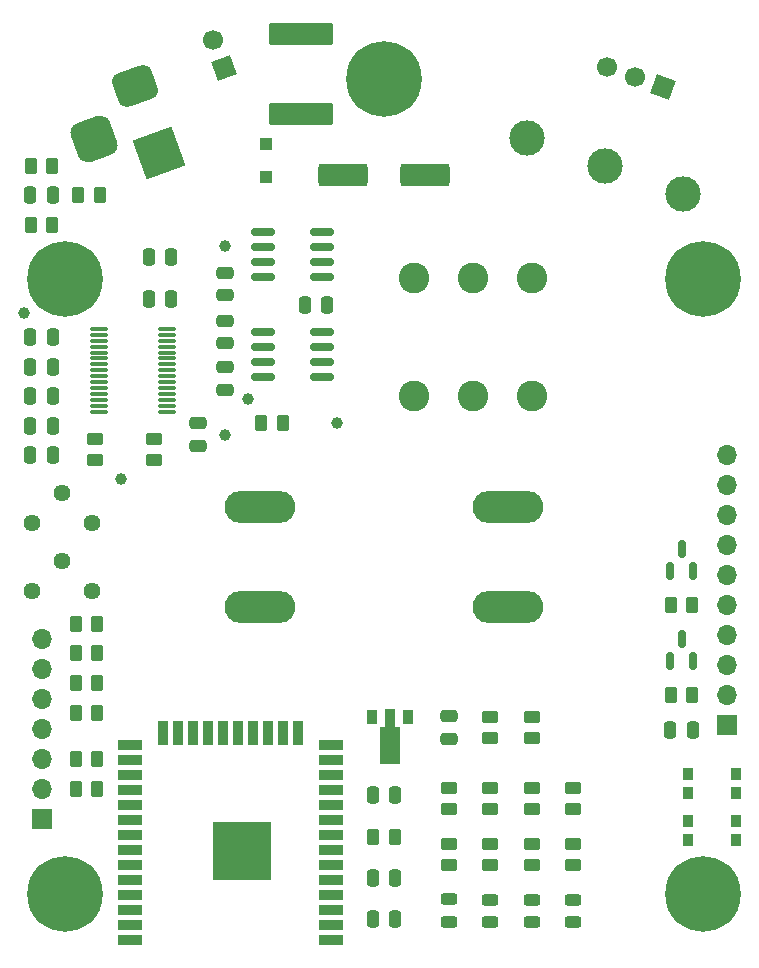
<source format=gbr>
%TF.GenerationSoftware,KiCad,Pcbnew,(6.0.0-0)*%
%TF.CreationDate,2022-03-12T23:19:40-06:00*%
%TF.ProjectId,SmartNeonPSU,536d6172-744e-4656-9f6e-5053552e6b69,rev?*%
%TF.SameCoordinates,Original*%
%TF.FileFunction,Soldermask,Top*%
%TF.FilePolarity,Negative*%
%FSLAX46Y46*%
G04 Gerber Fmt 4.6, Leading zero omitted, Abs format (unit mm)*
G04 Created by KiCad (PCBNEW (6.0.0-0)) date 2022-03-12 23:19:40*
%MOMM*%
%LPD*%
G01*
G04 APERTURE LIST*
G04 Aperture macros list*
%AMRoundRect*
0 Rectangle with rounded corners*
0 $1 Rounding radius*
0 $2 $3 $4 $5 $6 $7 $8 $9 X,Y pos of 4 corners*
0 Add a 4 corners polygon primitive as box body*
4,1,4,$2,$3,$4,$5,$6,$7,$8,$9,$2,$3,0*
0 Add four circle primitives for the rounded corners*
1,1,$1+$1,$2,$3*
1,1,$1+$1,$4,$5*
1,1,$1+$1,$6,$7*
1,1,$1+$1,$8,$9*
0 Add four rect primitives between the rounded corners*
20,1,$1+$1,$2,$3,$4,$5,0*
20,1,$1+$1,$4,$5,$6,$7,0*
20,1,$1+$1,$6,$7,$8,$9,0*
20,1,$1+$1,$8,$9,$2,$3,0*%
%AMHorizOval*
0 Thick line with rounded ends*
0 $1 width*
0 $2 $3 position (X,Y) of the first rounded end (center of the circle)*
0 $4 $5 position (X,Y) of the second rounded end (center of the circle)*
0 Add line between two ends*
20,1,$1,$2,$3,$4,$5,0*
0 Add two circle primitives to create the rounded ends*
1,1,$1,$2,$3*
1,1,$1,$4,$5*%
%AMRotRect*
0 Rectangle, with rotation*
0 The origin of the aperture is its center*
0 $1 length*
0 $2 width*
0 $3 Rotation angle, in degrees counterclockwise*
0 Add horizontal line*
21,1,$1,$2,0,0,$3*%
%AMFreePoly0*
4,1,9,3.862500,-0.866500,0.737500,-0.866500,0.737500,-0.450000,-0.737500,-0.450000,-0.737500,0.450000,0.737500,0.450000,0.737500,0.866500,3.862500,0.866500,3.862500,-0.866500,3.862500,-0.866500,$1*%
G04 Aperture macros list end*
%ADD10RoundRect,0.250000X-0.262500X-0.450000X0.262500X-0.450000X0.262500X0.450000X-0.262500X0.450000X0*%
%ADD11RoundRect,0.250000X-0.450000X0.262500X-0.450000X-0.262500X0.450000X-0.262500X0.450000X0.262500X0*%
%ADD12C,3.000000*%
%ADD13C,0.800000*%
%ADD14C,6.400000*%
%ADD15RoundRect,0.075000X-0.662500X-0.075000X0.662500X-0.075000X0.662500X0.075000X-0.662500X0.075000X0*%
%ADD16R,0.900000X1.000000*%
%ADD17RoundRect,0.250000X0.262500X0.450000X-0.262500X0.450000X-0.262500X-0.450000X0.262500X-0.450000X0*%
%ADD18RoundRect,0.150000X0.150000X-0.587500X0.150000X0.587500X-0.150000X0.587500X-0.150000X-0.587500X0*%
%ADD19R,0.900000X1.300000*%
%ADD20FreePoly0,270.000000*%
%ADD21RoundRect,0.250000X-0.475000X0.250000X-0.475000X-0.250000X0.475000X-0.250000X0.475000X0.250000X0*%
%ADD22RoundRect,0.250000X0.250000X0.475000X-0.250000X0.475000X-0.250000X-0.475000X0.250000X-0.475000X0*%
%ADD23O,6.000000X2.700000*%
%ADD24C,1.000000*%
%ADD25RoundRect,0.150000X-0.825000X-0.150000X0.825000X-0.150000X0.825000X0.150000X-0.825000X0.150000X0*%
%ADD26RoundRect,0.250000X-0.250000X-0.475000X0.250000X-0.475000X0.250000X0.475000X-0.250000X0.475000X0*%
%ADD27RoundRect,0.243750X0.456250X-0.243750X0.456250X0.243750X-0.456250X0.243750X-0.456250X-0.243750X0*%
%ADD28RoundRect,0.250000X0.450000X-0.262500X0.450000X0.262500X-0.450000X0.262500X-0.450000X-0.262500X0*%
%ADD29C,1.440000*%
%ADD30R,1.700000X1.700000*%
%ADD31O,1.700000X1.700000*%
%ADD32RotRect,1.700000X1.700000X200.000000*%
%ADD33HorizOval,1.700000X0.000000X0.000000X0.000000X0.000000X0*%
%ADD34RotRect,3.500000X3.500000X290.000000*%
%ADD35RoundRect,0.750000X-1.196208X0.362749X-0.683178X-1.046790X1.196208X-0.362749X0.683178X1.046790X0*%
%ADD36RoundRect,0.875000X-1.121499X0.522963X-0.522963X-1.121499X1.121499X-0.522963X0.522963X1.121499X0*%
%ADD37RoundRect,0.250000X2.475000X-0.712500X2.475000X0.712500X-2.475000X0.712500X-2.475000X-0.712500X0*%
%ADD38RoundRect,0.250000X0.475000X-0.250000X0.475000X0.250000X-0.475000X0.250000X-0.475000X-0.250000X0*%
%ADD39C,2.600000*%
%ADD40R,2.000000X0.900000*%
%ADD41R,0.900000X2.000000*%
%ADD42R,5.000000X5.000000*%
%ADD43RotRect,1.700000X1.700000X250.000000*%
%ADD44HorizOval,1.700000X0.000000X0.000000X0.000000X0.000000X0*%
%ADD45R,1.100000X1.100000*%
%ADD46RoundRect,0.250000X-1.825000X-0.700000X1.825000X-0.700000X1.825000X0.700000X-1.825000X0.700000X0*%
G04 APERTURE END LIST*
D10*
%TO.C,R23*%
X139587500Y-90450000D03*
X141412500Y-90450000D03*
%TD*%
D11*
%TO.C,R4*%
X159000000Y-115337500D03*
X159000000Y-117162500D03*
%TD*%
D12*
%TO.C,SW3*%
X175273283Y-71099620D03*
X168695435Y-68705479D03*
X162117586Y-66311338D03*
%TD*%
D13*
%TO.C,H4*%
X175302944Y-76602944D03*
X178697056Y-79997056D03*
X178697056Y-76602944D03*
X179400000Y-78300000D03*
X175302944Y-79997056D03*
X177000000Y-80700000D03*
X174600000Y-78300000D03*
X177000000Y-75900000D03*
D14*
X177000000Y-78300000D03*
%TD*%
D15*
%TO.C,U2*%
X125887500Y-82500000D03*
X125887500Y-83000000D03*
X125887500Y-83500000D03*
X125887500Y-84000000D03*
X125887500Y-84500000D03*
X125887500Y-85000000D03*
X125887500Y-85500000D03*
X125887500Y-86000000D03*
X125887500Y-86500000D03*
X125887500Y-87000000D03*
X125887500Y-87500000D03*
X125887500Y-88000000D03*
X125887500Y-88500000D03*
X125887500Y-89000000D03*
X125887500Y-89500000D03*
X131612500Y-89500000D03*
X131612500Y-89000000D03*
X131612500Y-88500000D03*
X131612500Y-88000000D03*
X131612500Y-87500000D03*
X131612500Y-87000000D03*
X131612500Y-86500000D03*
X131612500Y-86000000D03*
X131612500Y-85500000D03*
X131612500Y-85000000D03*
X131612500Y-84500000D03*
X131612500Y-84000000D03*
X131612500Y-83500000D03*
X131612500Y-83000000D03*
X131612500Y-82500000D03*
%TD*%
D10*
%TO.C,R8*%
X123897500Y-107450000D03*
X125722500Y-107450000D03*
%TD*%
D16*
%TO.C,SW2*%
X175700000Y-124200000D03*
X179800000Y-124200000D03*
X179800000Y-125800000D03*
X175700000Y-125800000D03*
%TD*%
D13*
%TO.C,H3*%
X178697056Y-128602944D03*
X175302944Y-128602944D03*
X177000000Y-127900000D03*
X174600000Y-130300000D03*
X175302944Y-131997056D03*
D14*
X177000000Y-130300000D03*
D13*
X178697056Y-131997056D03*
X177000000Y-132700000D03*
X179400000Y-130300000D03*
%TD*%
D17*
%TO.C,R7*%
X125722500Y-121460000D03*
X123897500Y-121460000D03*
%TD*%
D11*
%TO.C,R14*%
X159000000Y-126087500D03*
X159000000Y-127912500D03*
%TD*%
D18*
%TO.C,Q2*%
X174240000Y-102967500D03*
X176140000Y-102967500D03*
X175190000Y-101092500D03*
%TD*%
D19*
%TO.C,U1*%
X152000000Y-115350000D03*
D20*
X150500000Y-115437500D03*
D19*
X149000000Y-115350000D03*
%TD*%
D21*
%TO.C,C4*%
X155500000Y-115300000D03*
X155500000Y-117200000D03*
%TD*%
D11*
%TO.C,R2*%
X155500000Y-121337500D03*
X155500000Y-123162500D03*
%TD*%
D17*
%TO.C,R1*%
X125722500Y-109950000D03*
X123897500Y-109950000D03*
%TD*%
D22*
%TO.C,C3*%
X121950000Y-88200000D03*
X120050000Y-88200000D03*
%TD*%
D23*
%TO.C,J6*%
X160500000Y-97550000D03*
X160500000Y-106050000D03*
%TD*%
D24*
%TO.C,TP6*%
X138500000Y-88450000D03*
%TD*%
D25*
%TO.C,Q4*%
X139775000Y-82795000D03*
X139775000Y-84065000D03*
X139775000Y-85335000D03*
X139775000Y-86605000D03*
X144725000Y-86605000D03*
X144725000Y-85335000D03*
X144725000Y-84065000D03*
X144725000Y-82795000D03*
%TD*%
D26*
%TO.C,C7*%
X120050000Y-93200000D03*
X121950000Y-93200000D03*
%TD*%
D10*
%TO.C,R19*%
X174277500Y-113460000D03*
X176102500Y-113460000D03*
%TD*%
%TO.C,R6*%
X123897500Y-112450000D03*
X125722500Y-112450000D03*
%TD*%
D11*
%TO.C,R24*%
X130486222Y-91787500D03*
X130486222Y-93612500D03*
%TD*%
D27*
%TO.C,D3*%
X162500000Y-132682725D03*
X162500000Y-130807725D03*
%TD*%
D24*
%TO.C,TP5*%
X136500000Y-75450000D03*
%TD*%
D26*
%TO.C,C10*%
X130050000Y-76450000D03*
X131950000Y-76450000D03*
%TD*%
D28*
%TO.C,R3*%
X162500000Y-123162500D03*
X162500000Y-121337500D03*
%TD*%
D11*
%TO.C,R17*%
X155500000Y-126087500D03*
X155500000Y-127912500D03*
%TD*%
D26*
%TO.C,C6*%
X120050000Y-85700000D03*
X121950000Y-85700000D03*
%TD*%
%TO.C,C13*%
X120050000Y-71200000D03*
X121950000Y-71200000D03*
%TD*%
D11*
%TO.C,R25*%
X125500000Y-91787500D03*
X125500000Y-93612500D03*
%TD*%
D28*
%TO.C,R20*%
X166000000Y-123162500D03*
X166000000Y-121337500D03*
%TD*%
D29*
%TO.C,RV2*%
X120225000Y-104675000D03*
X122765000Y-102135000D03*
X125305000Y-104675000D03*
%TD*%
D17*
%TO.C,R16*%
X121912500Y-73700000D03*
X120087500Y-73700000D03*
%TD*%
D21*
%TO.C,C11*%
X136500000Y-81800000D03*
X136500000Y-83700000D03*
%TD*%
D26*
%TO.C,C9*%
X149050000Y-122000000D03*
X150950000Y-122000000D03*
%TD*%
D27*
%TO.C,D2*%
X166000000Y-132687500D03*
X166000000Y-130812500D03*
%TD*%
D10*
%TO.C,R13*%
X120087500Y-68700000D03*
X121912500Y-68700000D03*
%TD*%
D22*
%TO.C,C19*%
X145200000Y-80450000D03*
X143300000Y-80450000D03*
%TD*%
D24*
%TO.C,TP1*%
X127750000Y-95200000D03*
%TD*%
D23*
%TO.C,J7*%
X139500000Y-106050000D03*
X139500000Y-97550000D03*
%TD*%
D13*
%TO.C,H2*%
X121302944Y-131997056D03*
X124697056Y-128602944D03*
X123000000Y-127900000D03*
X125400000Y-130300000D03*
X123000000Y-132700000D03*
X120600000Y-130300000D03*
X121302944Y-128602944D03*
D14*
X123000000Y-130300000D03*
D13*
X124697056Y-131997056D03*
%TD*%
D30*
%TO.C,J4*%
X121000000Y-124000000D03*
D31*
X121000000Y-121460000D03*
X121000000Y-118920000D03*
X121000000Y-116380000D03*
X121000000Y-113840000D03*
X121000000Y-111300000D03*
X121000000Y-108760000D03*
%TD*%
D11*
%TO.C,R10*%
X162500000Y-115337500D03*
X162500000Y-117162500D03*
%TD*%
D10*
%TO.C,R12*%
X124087500Y-71200000D03*
X125912500Y-71200000D03*
%TD*%
D26*
%TO.C,C17*%
X149050000Y-132500000D03*
X150950000Y-132500000D03*
%TD*%
D10*
%TO.C,R18*%
X174277500Y-105840000D03*
X176102500Y-105840000D03*
%TD*%
%TO.C,R15*%
X149087500Y-125500000D03*
X150912500Y-125500000D03*
%TD*%
D27*
%TO.C,D4*%
X155500000Y-132681414D03*
X155500000Y-130806414D03*
%TD*%
D26*
%TO.C,C8*%
X120050000Y-90700000D03*
X121950000Y-90700000D03*
%TD*%
D32*
%TO.C,J2*%
X136404033Y-60383167D03*
D33*
X135535302Y-57996348D03*
%TD*%
D26*
%TO.C,C12*%
X130050000Y-79988216D03*
X131950000Y-79988216D03*
%TD*%
D22*
%TO.C,C5*%
X121950000Y-83200000D03*
X120050000Y-83200000D03*
%TD*%
D27*
%TO.C,D5*%
X159000000Y-132685346D03*
X159000000Y-130810346D03*
%TD*%
D34*
%TO.C,J1*%
X130915038Y-67608002D03*
D35*
X128862917Y-61969846D03*
D36*
X125472422Y-66396419D03*
%TD*%
D37*
%TO.C,F1*%
X143000000Y-64337500D03*
X143000000Y-57562500D03*
%TD*%
D24*
%TO.C,TP2*%
X136500000Y-91450000D03*
%TD*%
D38*
%TO.C,C21*%
X134250000Y-92400000D03*
X134250000Y-90500000D03*
%TD*%
D17*
%TO.C,R11*%
X125722500Y-114979974D03*
X123897500Y-114979974D03*
%TD*%
D39*
%TO.C,TR1*%
X162500000Y-78200000D03*
X157500000Y-78200000D03*
X152500000Y-78200000D03*
X152500000Y-88200000D03*
X157500000Y-88200000D03*
X162500000Y-88200000D03*
%TD*%
D11*
%TO.C,R22*%
X166000000Y-126087500D03*
X166000000Y-127912500D03*
%TD*%
D13*
%TO.C,H5*%
X147600000Y-61300000D03*
X152400000Y-61300000D03*
X151697056Y-62997056D03*
X151697056Y-59602944D03*
X148302944Y-62997056D03*
D14*
X150000000Y-61300000D03*
D13*
X150000000Y-63700000D03*
X150000000Y-58900000D03*
X148302944Y-59602944D03*
%TD*%
D24*
%TO.C,TP3*%
X119506652Y-81152934D03*
%TD*%
D13*
%TO.C,H1*%
X121302944Y-79997056D03*
X123000000Y-75900000D03*
X124697056Y-79997056D03*
X125400000Y-78300000D03*
X120600000Y-78300000D03*
X124697056Y-76602944D03*
X121302944Y-76602944D03*
X123000000Y-80700000D03*
D14*
X123000000Y-78300000D03*
%TD*%
D11*
%TO.C,R21*%
X162500000Y-126087500D03*
X162500000Y-127912500D03*
%TD*%
D40*
%TO.C,U3*%
X145500000Y-134205000D03*
X145500000Y-132935000D03*
X145500000Y-131665000D03*
X145500000Y-130395000D03*
X145500000Y-129125000D03*
X145500000Y-127855000D03*
X145500000Y-126585000D03*
X145500000Y-125315000D03*
X145500000Y-124045000D03*
X145500000Y-122775000D03*
X145500000Y-121505000D03*
X145500000Y-120235000D03*
X145500000Y-118965000D03*
X145500000Y-117695000D03*
D41*
X142715000Y-116695000D03*
X141445000Y-116695000D03*
X140175000Y-116695000D03*
X138905000Y-116695000D03*
X137635000Y-116695000D03*
X136365000Y-116695000D03*
X135095000Y-116695000D03*
X133825000Y-116695000D03*
X132555000Y-116695000D03*
X131285000Y-116695000D03*
D40*
X128500000Y-117695000D03*
X128500000Y-118965000D03*
X128500000Y-120235000D03*
X128500000Y-121505000D03*
X128500000Y-122775000D03*
X128500000Y-124045000D03*
X128500000Y-125315000D03*
X128500000Y-126585000D03*
X128500000Y-127855000D03*
X128500000Y-129125000D03*
X128500000Y-130395000D03*
X128500000Y-131665000D03*
X128500000Y-132935000D03*
X128500000Y-134205000D03*
D42*
X138000000Y-126705000D03*
%TD*%
D22*
%TO.C,C16*%
X176140000Y-116450000D03*
X174240000Y-116450000D03*
%TD*%
D24*
%TO.C,TP4*%
X146000000Y-90450000D03*
%TD*%
D29*
%TO.C,RV1*%
X120225000Y-98925000D03*
X122765000Y-96385000D03*
X125305000Y-98925000D03*
%TD*%
D18*
%TO.C,Q1*%
X174240000Y-110587500D03*
X176140000Y-110587500D03*
X175190000Y-108712500D03*
%TD*%
D16*
%TO.C,SW1*%
X179800000Y-120200000D03*
X175700000Y-120200000D03*
X179800000Y-121800000D03*
X175700000Y-121800000D03*
%TD*%
D21*
%TO.C,C14*%
X136500000Y-77750000D03*
X136500000Y-79650000D03*
%TD*%
D26*
%TO.C,C18*%
X149050000Y-129000000D03*
X150950000Y-129000000D03*
%TD*%
D21*
%TO.C,C15*%
X136500000Y-85750000D03*
X136500000Y-87650000D03*
%TD*%
D17*
%TO.C,R9*%
X125722500Y-118920000D03*
X123897500Y-118920000D03*
%TD*%
D43*
%TO.C,J5*%
X173612452Y-62048133D03*
D44*
X171225633Y-61179402D03*
X168838813Y-60310671D03*
%TD*%
D28*
%TO.C,R5*%
X159000000Y-123162500D03*
X159000000Y-121337500D03*
%TD*%
D25*
%TO.C,Q3*%
X139775000Y-74295000D03*
X139775000Y-75565000D03*
X139775000Y-76835000D03*
X139775000Y-78105000D03*
X144725000Y-78105000D03*
X144725000Y-76835000D03*
X144725000Y-75565000D03*
X144725000Y-74295000D03*
%TD*%
D45*
%TO.C,D1*%
X140000000Y-69600000D03*
X140000000Y-66800000D03*
%TD*%
D46*
%TO.C,C1*%
X146525000Y-69500000D03*
X153475000Y-69500000D03*
%TD*%
D30*
%TO.C,J3*%
X179000000Y-116000000D03*
D31*
X179000000Y-113460000D03*
X179000000Y-110920000D03*
X179000000Y-108380000D03*
X179000000Y-105840000D03*
X179000000Y-103300000D03*
X179000000Y-100760000D03*
X179000000Y-98220000D03*
X179000000Y-95680000D03*
X179000000Y-93140000D03*
%TD*%
M02*

</source>
